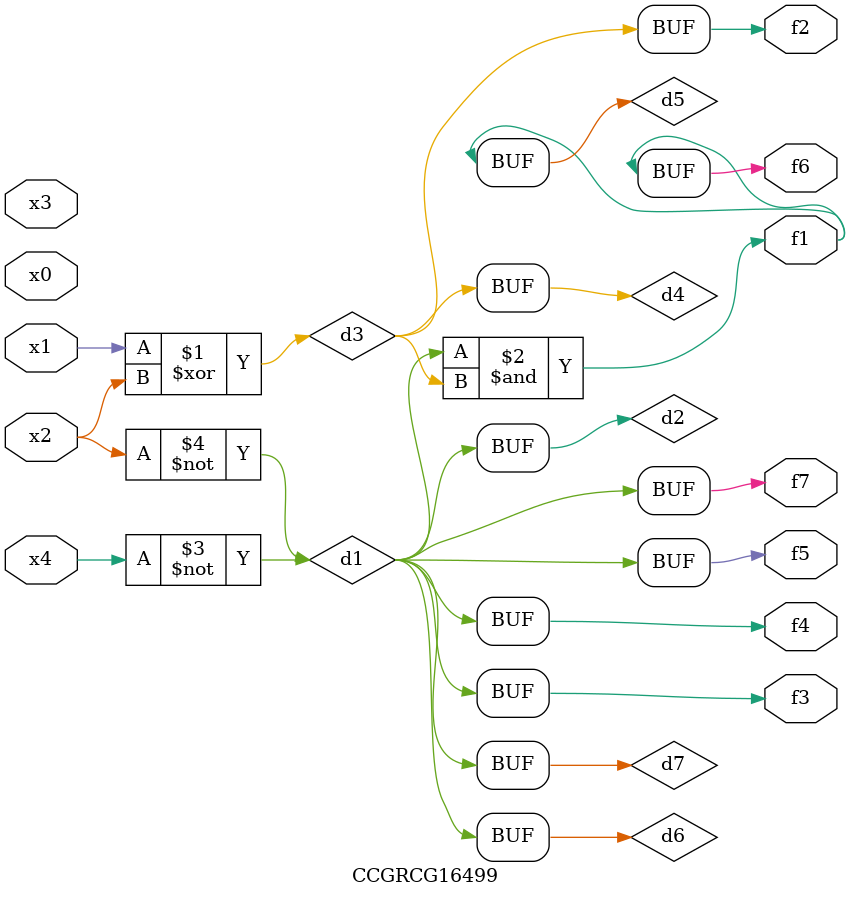
<source format=v>
module CCGRCG16499(
	input x0, x1, x2, x3, x4,
	output f1, f2, f3, f4, f5, f6, f7
);

	wire d1, d2, d3, d4, d5, d6, d7;

	not (d1, x4);
	not (d2, x2);
	xor (d3, x1, x2);
	buf (d4, d3);
	and (d5, d1, d3);
	buf (d6, d1, d2);
	buf (d7, d2);
	assign f1 = d5;
	assign f2 = d4;
	assign f3 = d7;
	assign f4 = d7;
	assign f5 = d7;
	assign f6 = d5;
	assign f7 = d7;
endmodule

</source>
